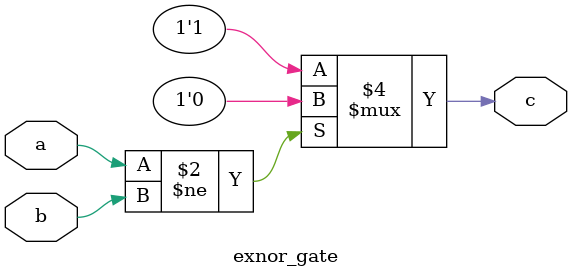
<source format=v>
module exnor_gate (
    input a,b,output reg c
);
    always @(*) begin
        if (a!=b) begin
            c=1'b0;
        end else begin
            c=1'b1;
        end
    end
endmodule


// output 0, when both input is not equal or same
</source>
